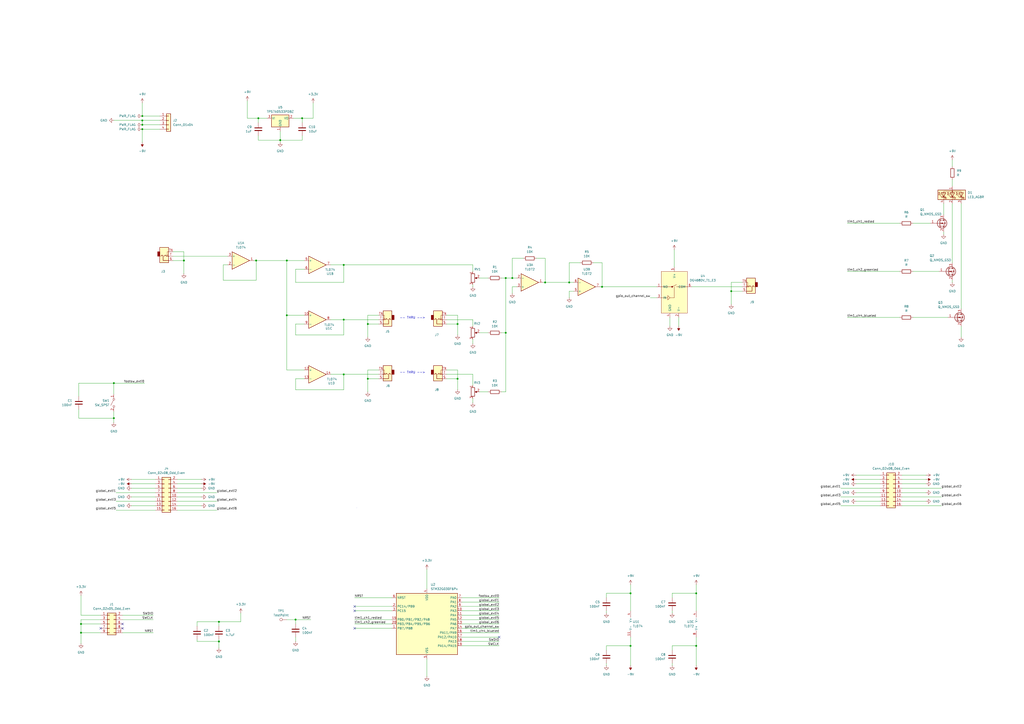
<source format=kicad_sch>
(kicad_sch (version 20231120) (generator "eeschema") (generator_version "8.0")
  (paper "A2")
  (junction (at 82.55 69.85))
  (junction (at 330.2 163.83))
  (junction (at 166.37 151.13))
  (junction (at 213.36 219.71))
  (junction (at 46.99 367.03))
  (junction (at 162.56 81.28))
  (junction (at 66.04 242.57))
  (junction (at 403.86 344.17))
  (junction (at 213.36 187.96))
  (junction (at 166.37 182.88))
  (junction (at 424.18 168.91))
  (junction (at 106.68 151.13))
  (junction (at 293.37 161.29))
  (junction (at 175.26 68.58))
  (junction (at 265.43 187.96))
  (junction (at 171.45 359.41))
  (junction (at 365.76 374.65))
  (junction (at 199.39 217.17))
  (junction (at 316.23 163.83))
  (junction (at 46.99 361.95))
  (junction (at 82.55 72.39))
  (junction (at 403.86 374.65))
  (junction (at 265.43 219.71))
  (junction (at 82.55 67.31))
  (junction (at 82.55 74.93))
  (junction (at 127 372.11))
  (junction (at 127 360.68))
  (junction (at 149.86 68.58))
  (junction (at 148.59 151.13))
  (junction (at 293.37 193.04))
  (junction (at 349.25 166.37))
  (junction (at 297.18 161.29))
  (junction (at 365.76 344.17))
  (junction (at 199.39 185.42))
  (junction (at 66.04 222.25))
  (junction (at 199.39 153.67))
  (no_connect (at 71.12 364.49))
  (no_connect (at 205.74 351.79))
  (no_connect (at 205.74 354.33))
  (no_connect (at 289.56 369.57))
  (no_connect (at 71.12 361.95))
  (no_connect (at 205.74 364.49))
  (no_connect (at 58.42 364.49))
  (wire (pts (xy 46.99 356.87) (xy 58.42 356.87)))
  (wire (pts (xy 389.89 384.81) (xy 389.89 386.08)))
  (wire (pts (xy 82.55 69.85) (xy 92.71 69.85)))
  (wire (pts (xy 71.12 367.03) (xy 88.9 367.03)))
  (wire (pts (xy 219.71 219.71) (xy 213.36 219.71)))
  (wire (pts (xy 265.43 214.63) (xy 265.43 219.71)))
  (wire (pts (xy 67.31 290.83) (xy 90.17 290.83)))
  (wire (pts (xy 365.76 339.09) (xy 365.76 344.17)))
  (wire (pts (xy 351.79 344.17) (xy 351.79 346.71)))
  (wire (pts (xy 365.76 344.17) (xy 365.76 354.33)))
  (wire (pts (xy 181.61 59.69) (xy 181.61 68.58)))
  (wire (pts (xy 170.18 68.58) (xy 175.26 68.58)))
  (wire (pts (xy 129.54 153.67) (xy 129.54 162.56)))
  (wire (pts (xy 162.56 81.28) (xy 162.56 82.55)))
  (wire (pts (xy 76.2 280.67) (xy 90.17 280.67)))
  (wire (pts (xy 349.25 152.4) (xy 349.25 166.37)))
  (wire (pts (xy 557.53 189.23) (xy 557.53 195.58)))
  (wire (pts (xy 199.39 153.67) (xy 274.32 153.67)))
  (wire (pts (xy 349.25 166.37) (xy 381 166.37)))
  (wire (pts (xy 166.37 182.88) (xy 166.37 214.63)))
  (wire (pts (xy 267.97 359.41) (xy 289.56 359.41)))
  (wire (pts (xy 66.04 222.25) (xy 45.72 222.25)))
  (wire (pts (xy 297.18 149.86) (xy 303.53 149.86)))
  (wire (pts (xy 176.53 219.71) (xy 171.45 219.71)))
  (wire (pts (xy 213.36 187.96) (xy 213.36 195.58)))
  (wire (pts (xy 114.3 370.84) (xy 114.3 372.11)))
  (wire (pts (xy 199.39 226.06) (xy 199.39 217.17)))
  (wire (pts (xy 523.24 285.75) (xy 537.21 285.75)))
  (wire (pts (xy 139.7 355.6) (xy 139.7 360.68)))
  (wire (pts (xy 143.51 58.42) (xy 143.51 68.58)))
  (wire (pts (xy 199.39 217.17) (xy 191.77 217.17)))
  (wire (pts (xy 102.87 293.37) (xy 116.84 293.37)))
  (wire (pts (xy 45.72 237.49) (xy 45.72 242.57)))
  (wire (pts (xy 330.2 152.4) (xy 336.55 152.4)))
  (wire (pts (xy 401.32 166.37) (xy 430.53 166.37)))
  (wire (pts (xy 205.74 354.33) (xy 227.33 354.33)))
  (wire (pts (xy 552.45 162.56) (xy 552.45 163.83)))
  (wire (pts (xy 219.71 214.63) (xy 213.36 214.63)))
  (wire (pts (xy 365.76 344.17) (xy 351.79 344.17)))
  (wire (pts (xy 176.53 182.88) (xy 166.37 182.88)))
  (wire (pts (xy 290.83 193.04) (xy 293.37 193.04)))
  (wire (pts (xy 330.2 163.83) (xy 330.2 152.4)))
  (wire (pts (xy 293.37 193.04) (xy 293.37 161.29)))
  (wire (pts (xy 496.57 280.67) (xy 510.54 280.67)))
  (wire (pts (xy 259.08 219.71) (xy 265.43 219.71)))
  (wire (pts (xy 267.97 356.87) (xy 289.56 356.87)))
  (wire (pts (xy 175.26 78.74) (xy 175.26 81.28)))
  (wire (pts (xy 403.86 344.17) (xy 403.86 354.33)))
  (wire (pts (xy 389.89 344.17) (xy 389.89 346.71)))
  (wire (pts (xy 552.45 92.71) (xy 552.45 96.52)))
  (wire (pts (xy 66.04 242.57) (xy 66.04 245.11)))
  (wire (pts (xy 127 372.11) (xy 127 370.84)))
  (wire (pts (xy 297.18 161.29) (xy 297.18 149.86)))
  (wire (pts (xy 365.76 369.57) (xy 365.76 374.65)))
  (wire (pts (xy 290.83 227.33) (xy 293.37 227.33)))
  (wire (pts (xy 102.87 285.75) (xy 125.73 285.75)))
  (wire (pts (xy 199.39 194.31) (xy 199.39 185.42)))
  (wire (pts (xy 46.99 361.95) (xy 46.99 367.03)))
  (wire (pts (xy 71.12 356.87) (xy 88.9 356.87)))
  (wire (pts (xy 274.32 157.48) (xy 274.32 153.67)))
  (wire (pts (xy 213.36 219.71) (xy 213.36 227.33)))
  (wire (pts (xy 171.45 219.71) (xy 171.45 226.06)))
  (wire (pts (xy 46.99 373.38) (xy 46.99 367.03)))
  (wire (pts (xy 330.2 172.72) (xy 330.2 168.91)))
  (wire (pts (xy 311.15 149.86) (xy 316.23 149.86)))
  (wire (pts (xy 351.79 384.81) (xy 351.79 386.08)))
  (wire (pts (xy 403.86 339.09) (xy 403.86 344.17)))
  (wire (pts (xy 132.08 153.67) (xy 129.54 153.67)))
  (wire (pts (xy 523.24 288.29) (xy 546.1 288.29)))
  (wire (pts (xy 92.71 72.39) (xy 82.55 72.39)))
  (wire (pts (xy 92.71 74.93) (xy 82.55 74.93)))
  (wire (pts (xy 147.32 151.13) (xy 148.59 151.13)))
  (wire (pts (xy 365.76 374.65) (xy 351.79 374.65)))
  (wire (pts (xy 403.86 374.65) (xy 403.86 386.08)))
  (wire (pts (xy 491.49 129.54) (xy 521.97 129.54)))
  (wire (pts (xy 205.74 346.71) (xy 227.33 346.71)))
  (wire (pts (xy 66.04 222.25) (xy 83.82 222.25)))
  (wire (pts (xy 496.57 285.75) (xy 510.54 285.75)))
  (wire (pts (xy 102.87 290.83) (xy 125.73 290.83)))
  (wire (pts (xy 259.08 182.88) (xy 265.43 182.88)))
  (wire (pts (xy 76.2 283.21) (xy 90.17 283.21)))
  (wire (pts (xy 82.55 69.85) (xy 82.55 72.39)))
  (wire (pts (xy 213.36 182.88) (xy 213.36 187.96)))
  (wire (pts (xy 299.72 166.37) (xy 297.18 166.37)))
  (wire (pts (xy 389.89 374.65) (xy 389.89 377.19)))
  (wire (pts (xy 259.08 217.17) (xy 274.32 217.17)))
  (wire (pts (xy 267.97 354.33) (xy 289.56 354.33)))
  (wire (pts (xy 247.65 382.27) (xy 247.65 392.43)))
  (wire (pts (xy 316.23 149.86) (xy 316.23 163.83)))
  (wire (pts (xy 66.04 69.85) (xy 82.55 69.85)))
  (wire (pts (xy 424.18 163.83) (xy 424.18 168.91)))
  (wire (pts (xy 76.2 293.37) (xy 90.17 293.37)))
  (wire (pts (xy 102.87 280.67) (xy 116.84 280.67)))
  (wire (pts (xy 46.99 359.41) (xy 46.99 361.95)))
  (wire (pts (xy 171.45 156.21) (xy 176.53 156.21)))
  (wire (pts (xy 154.94 68.58) (xy 149.86 68.58)))
  (wire (pts (xy 205.74 359.41) (xy 227.33 359.41)))
  (wire (pts (xy 191.77 153.67) (xy 199.39 153.67)))
  (wire (pts (xy 351.79 374.65) (xy 351.79 377.19)))
  (wire (pts (xy 487.68 293.37) (xy 510.54 293.37)))
  (wire (pts (xy 267.97 361.95) (xy 289.56 361.95)))
  (wire (pts (xy 102.87 278.13) (xy 116.84 278.13)))
  (wire (pts (xy 219.71 182.88) (xy 213.36 182.88)))
  (wire (pts (xy 100.33 148.59) (xy 132.08 148.59)))
  (wire (pts (xy 557.53 118.11) (xy 557.53 179.07)))
  (wire (pts (xy 278.13 161.29) (xy 283.21 161.29)))
  (wire (pts (xy 139.7 360.68) (xy 127 360.68)))
  (wire (pts (xy 552.45 118.11) (xy 552.45 152.4)))
  (wire (pts (xy 259.08 185.42) (xy 274.32 185.42)))
  (wire (pts (xy 219.71 187.96) (xy 213.36 187.96)))
  (wire (pts (xy 523.24 278.13) (xy 537.21 278.13)))
  (wire (pts (xy 547.37 118.11) (xy 547.37 124.46)))
  (wire (pts (xy 529.59 129.54) (xy 539.75 129.54)))
  (wire (pts (xy 205.74 361.95) (xy 227.33 361.95)))
  (wire (pts (xy 100.33 146.05) (xy 106.68 146.05)))
  (wire (pts (xy 191.77 185.42) (xy 199.39 185.42)))
  (wire (pts (xy 213.36 214.63) (xy 213.36 219.71)))
  (wire (pts (xy 377.19 172.72) (xy 381 172.72)))
  (wire (pts (xy 259.08 187.96) (xy 265.43 187.96)))
  (wire (pts (xy 430.53 163.83) (xy 424.18 163.83)))
  (wire (pts (xy 199.39 185.42) (xy 219.71 185.42)))
  (wire (pts (xy 523.24 280.67) (xy 537.21 280.67)))
  (wire (pts (xy 76.2 288.29) (xy 90.17 288.29)))
  (wire (pts (xy 332.74 163.83) (xy 330.2 163.83)))
  (wire (pts (xy 274.32 231.14) (xy 274.32 233.68)))
  (wire (pts (xy 82.55 74.93) (xy 82.55 82.55)))
  (wire (pts (xy 149.86 68.58) (xy 149.86 71.12)))
  (wire (pts (xy 45.72 222.25) (xy 45.72 229.87)))
  (wire (pts (xy 259.08 214.63) (xy 265.43 214.63)))
  (wire (pts (xy 529.59 184.15) (xy 549.91 184.15)))
  (wire (pts (xy 274.32 185.42) (xy 274.32 189.23)))
  (wire (pts (xy 148.59 151.13) (xy 166.37 151.13)))
  (wire (pts (xy 199.39 153.67) (xy 199.39 163.83)))
  (wire (pts (xy 149.86 68.58) (xy 143.51 68.58)))
  (wire (pts (xy 100.33 151.13) (xy 106.68 151.13)))
  (wire (pts (xy 487.68 283.21) (xy 510.54 283.21)))
  (wire (pts (xy 523.24 275.59) (xy 537.21 275.59)))
  (wire (pts (xy 267.97 364.49) (xy 289.56 364.49)))
  (wire (pts (xy 491.49 157.48) (xy 521.97 157.48)))
  (wire (pts (xy 176.53 151.13) (xy 166.37 151.13)))
  (wire (pts (xy 267.97 374.65) (xy 289.56 374.65)))
  (wire (pts (xy 344.17 152.4) (xy 349.25 152.4)))
  (wire (pts (xy 149.86 78.74) (xy 149.86 81.28)))
  (wire (pts (xy 205.74 364.49) (xy 227.33 364.49)))
  (wire (pts (xy 274.32 217.17) (xy 274.32 223.52)))
  (wire (pts (xy 102.87 283.21) (xy 116.84 283.21)))
  (wire (pts (xy 67.31 295.91) (xy 90.17 295.91)))
  (wire (pts (xy 299.72 161.29) (xy 297.18 161.29)))
  (wire (pts (xy 247.65 330.2) (xy 247.65 341.63)))
  (wire (pts (xy 171.45 194.31) (xy 199.39 194.31)))
  (wire (pts (xy 487.68 288.29) (xy 510.54 288.29)))
  (wire (pts (xy 106.68 151.13) (xy 106.68 158.75)))
  (wire (pts (xy 267.97 369.57) (xy 289.56 369.57)))
  (wire (pts (xy 403.86 344.17) (xy 389.89 344.17)))
  (wire (pts (xy 175.26 68.58) (xy 175.26 71.12)))
  (wire (pts (xy 175.26 68.58) (xy 181.61 68.58)))
  (wire (pts (xy 58.42 361.95) (xy 46.99 361.95)))
  (wire (pts (xy 267.97 372.11) (xy 289.56 372.11)))
  (wire (pts (xy 523.24 283.21) (xy 546.1 283.21)))
  (wire (pts (xy 547.37 134.62) (xy 547.37 135.89)))
  (wire (pts (xy 265.43 187.96) (xy 265.43 194.31)))
  (wire (pts (xy 171.45 372.11) (xy 171.45 369.57)))
  (wire (pts (xy 316.23 163.83) (xy 330.2 163.83)))
  (wire (pts (xy 46.99 367.03) (xy 58.42 367.03)))
  (wire (pts (xy 388.62 184.15) (xy 388.62 189.23)))
  (wire (pts (xy 496.57 278.13) (xy 510.54 278.13)))
  (wire (pts (xy 491.49 184.15) (xy 521.97 184.15)))
  (wire (pts (xy 351.79 354.33) (xy 351.79 355.6)))
  (wire (pts (xy 106.68 146.05) (xy 106.68 151.13)))
  (wire (pts (xy 149.86 81.28) (xy 162.56 81.28)))
  (wire (pts (xy 365.76 374.65) (xy 365.76 386.08)))
  (wire (pts (xy 529.59 157.48) (xy 544.83 157.48)))
  (wire (pts (xy 293.37 161.29) (xy 297.18 161.29)))
  (wire (pts (xy 127 375.92) (xy 127 372.11)))
  (wire (pts (xy 58.42 359.41) (xy 46.99 359.41)))
  (wire (pts (xy 278.13 193.04) (xy 283.21 193.04)))
  (wire (pts (xy 67.31 285.75) (xy 90.17 285.75)))
  (wire (pts (xy 175.26 81.28) (xy 162.56 81.28)))
  (wire (pts (xy 46.99 345.44) (xy 46.99 356.87)))
  (wire (pts (xy 552.45 104.14) (xy 552.45 107.95)))
  (wire (pts (xy 114.3 360.68) (xy 114.3 363.22)))
  (wire (pts (xy 332.74 168.91) (xy 330.2 168.91)))
  (wire (pts (xy 114.3 372.11) (xy 127 372.11)))
  (wire (pts (xy 267.97 346.71) (xy 289.56 346.71)))
  (wire (pts (xy 523.24 290.83) (xy 537.21 290.83)))
  (wire (pts (xy 171.45 359.41) (xy 171.45 361.95)))
  (wire (pts (xy 171.45 226.06) (xy 199.39 226.06)))
  (wire (pts (xy 82.55 59.69) (xy 82.55 67.31)))
  (wire (pts (xy 267.97 349.25) (xy 289.56 349.25)))
  (wire (pts (xy 265.43 182.88) (xy 265.43 187.96)))
  (wire (pts (xy 274.32 196.85) (xy 274.32 199.39)))
  (wire (pts (xy 265.43 219.71) (xy 265.43 226.06)))
  (wire (pts (xy 403.86 374.65) (xy 389.89 374.65)))
  (wire (pts (xy 278.13 227.33) (xy 283.21 227.33)))
  (wire (pts (xy 162.56 76.2) (xy 162.56 81.28)))
  (wire (pts (xy 347.98 166.37) (xy 349.25 166.37)))
  (wire (pts (xy 424.18 168.91) (xy 424.18 176.53)))
  (wire (pts (xy 496.57 290.83) (xy 510.54 290.83)))
  (wire (pts (xy 199.39 163.83) (xy 171.45 163.83)))
  (wire (pts (xy 176.53 187.96) (xy 171.45 187.96)))
  (wire (pts (xy 205.74 351.79) (xy 227.33 351.79)))
  (wire (pts (xy 66.04 228.6) (xy 66.04 222.25)))
  (wire (pts (xy 274.32 165.1) (xy 274.32 166.37)))
  (wire (pts (xy 148.59 162.56) (xy 148.59 151.13)))
  (wire (pts (xy 267.97 367.03) (xy 289.56 367.03)))
  (wire (pts (xy 171.45 187.96) (xy 171.45 194.31)))
  (wire (pts (xy 102.87 288.29) (xy 116.84 288.29)))
  (wire (pts (xy 92.71 67.31) (xy 82.55 67.31)))
  (wire (pts (xy 430.53 168.91) (xy 424.18 168.91)))
  (wire (pts (xy 393.7 184.15) (xy 393.7 189.23)))
  (wire (pts (xy 293.37 193.04) (xy 293.37 227.33)))
  (wire (pts (xy 199.39 217.17) (xy 219.71 217.17)))
  (wire (pts (xy 127 360.68) (xy 114.3 360.68)))
  (wire (pts (xy 166.37 214.63) (xy 176.53 214.63)))
  (wire (pts (xy 297.18 170.18) (xy 297.18 166.37)))
  (wire (pts (xy 166.37 151.13) (xy 166.37 182.88)))
  (wire (pts (xy 403.86 369.57) (xy 403.86 374.65)))
  (wire (pts (xy 523.24 293.37) (xy 546.1 293.37)))
  (wire (pts (xy 71.12 359.41) (xy 88.9 359.41)))
  (wire (pts (xy 127 360.68) (xy 127 363.22)))
  (wire (pts (xy 76.2 278.13) (xy 90.17 278.13)))
  (wire (pts (xy 267.97 351.79) (xy 289.56 351.79)))
  (wire (pts (xy 129.54 162.56) (xy 148.59 162.56)))
  (wire (pts (xy 314.96 163.83) (xy 316.23 163.83)))
  (wire (pts (xy 171.45 163.83) (xy 171.45 156.21)))
  (wire (pts (xy 45.72 242.57) (xy 66.04 242.57)))
  (wire (pts (xy 102.87 295.91) (xy 125.73 295.91)))
  (wire (pts (xy 171.45 359.41) (xy 180.34 359.41)))
  (wire (pts (xy 166.37 359.41) (xy 171.45 359.41)))
  (wire (pts (xy 391.16 144.78) (xy 391.16 154.94)))
  (wire (pts (xy 389.89 354.33) (xy 389.89 355.6)))
  (wire (pts (xy 496.57 275.59) (xy 510.54 275.59)))
  (wire (pts (xy 66.04 238.76) (xy 66.04 242.57)))
  (wire (pts (xy 290.83 161.29) (xy 293.37 161.29)))
  (rectangle (start 207.01 294.64) (end 207.01 294.64))
  (text "-- THRU -->" (at 239.268 184.404 0) (effects (font (size 1.27 1.27))))
  (text "-- THRU -->" (at 239.268 216.154 0) (effects (font (size 1.27 1.27))))
  (label "footsw_exti0" (at 289.56 346.71 180))
  (label "SWCLK" (at 289.56 374.65 180))
  (label "global_exti5" (at 289.56 359.41 180))
  (label "NRST" (at 180.34 359.41 180))
  (label "NRST" (at 205.74 346.71 0))
  (label "global_exti3" (at 487.68 288.29 180))
  (label "global_exti1" (at 67.31 285.75 180))
  (label "global_exti4" (at 289.56 356.87 180))
  (label "global_exti3" (at 67.31 290.83 180))
  (label "global_exti4" (at 125.73 290.83 0))
  (label "global_exti2" (at 546.1 283.21 0))
  (label "tim1_ch2_greenled" (at 491.49 157.48 0))
  (label "SWCLK" (at 88.9 359.41 180))
  (label "global_exti1" (at 487.68 283.21 180))
  (label "gpio_out_channel_sw" (at 377.19 172.72 180))
  (label "global_exti2" (at 289.56 351.79 180))
  (label "global_exti6" (at 125.73 295.91 0))
  (label "SWDIO" (at 88.9 356.87 180))
  (label "global_exti5" (at 487.68 293.37 180))
  (label "tim1_ch1_redled" (at 491.49 129.54 0))
  (label "global_exti6" (at 546.1 293.37 0))
  (label "tim1_ch2_greenled" (at 205.74 361.95 0))
  (label "tim1_ch1_redled" (at 205.74 359.41 0))
  (label "global_exti2" (at 125.73 285.75 0))
  (label "global_exti3" (at 289.56 354.33 180))
  (label "NRST" (at 88.9 367.03 180))
  (label "tim1_ch4_blueled" (at 289.56 367.03 180))
  (label "footsw_exti0" (at 83.82 222.25 180))
  (label "global_exti5" (at 67.31 295.91 180))
  (label "tim1_ch4_blueled" (at 491.49 184.15 0))
  (label "gpio_out_channel_sw" (at 289.56 364.49 180))
  (label "global_exti1" (at 289.56 349.25 180))
  (label "SWDIO" (at 289.56 372.11 180))
  (label "global_exti4" (at 546.1 288.29 0))
  (label "global_exti6" (at 289.56 361.95 180))
  (symbol (lib_name "GND_5") (lib_id "power:GND") (at 213.36 195.58 0) (unit 1)
    (property "Reference" "#PWR021" (effects (hide yes)))
    (property "Value" "GND" (at 213.36 200.66 0))
    (property "Description" "Power symbol creates a global label with name \"GND\" , ground" (effects (hide yes)))
  )
  (symbol (lib_id "Device:R") (at 287.02 227.33 90) (unit 1)
    (property "Reference" "R3" (at 287.02 220.98 90))
    (property "Value" "10K" (at 287.02 223.52 90))
    (property "Description" "Resistor" (effects (hide yes)))
  )
  (symbol (lib_id "Connector_Generic:Conn_02x08_Odd_Even") (at 95.25 285.75 0) (unit 1)
    (property "Reference" "J4" (at 96.52 271.78 0))
    (property "Value" "Conn_02x08_Odd_Even" (at 96.52 274.32 0))
    (property "Footprint" "Connector_IDC:IDC-Header_2x08_P2.54mm_Vertical" (effects (hide yes)))
    (property "Description" "Generic connector, double row, 02x08, odd/even pin numbering scheme (row 1 odd numbers, row 2 even numbers), script generated (kicad-library-utils/schlib/autogen/connector/)" (effects (hide yes)))
  )
  (symbol (lib_name "GND_5") (lib_id "power:GND") (at 106.68 158.75 0) (unit 1)
    (property "Reference" "#PWR012" (effects (hide yes)))
    (property "Value" "GND" (at 106.68 163.83 0))
    (property "Description" "Power symbol creates a global label with name \"GND\" , ground" (effects (hide yes)))
  )
  (symbol (lib_name "GND_5") (lib_id "power:GND") (at 66.04 245.11 0) (unit 1)
    (property "Reference" "#PWR06" (effects (hide yes)))
    (property "Value" "GND" (at 66.04 250.19 0))
    (property "Description" "Power symbol creates a global label with name \"GND\" , ground" (effects (hide yes)))
  )
  (symbol (lib_name "GND_5") (lib_id "power:GND") (at 274.32 166.37 0) (unit 1)
    (property "Reference" "#PWR043" (effects (hide yes)))
    (property "Value" "GND" (at 274.32 171.45 0))
    (property "Description" "Power symbol creates a global label with name \"GND\" , ground" (effects (hide yes)))
  )
  (symbol (lib_name "GND_5") (lib_id "power:GND") (at 127 375.92 0) (unit 1)
    (property "Reference" "#PWR037" (effects (hide yes)))
    (property "Value" "GND" (at 127 381 0))
    (property "Description" "Power symbol creates a global label with name \"GND\" , ground" (effects (hide yes)))
  )
  (symbol (lib_name "GND_2") (lib_id "power:GND") (at 537.21 285.75 90) (mirror x) (unit 1)
    (property "Reference" "#PWR055" (effects (hide yes)))
    (property "Value" "GND" (at 541.02 285.7499 90) (effects (justify right)))
    (property "Description" "Power symbol creates a global label with name \"GND\" , ground" (effects (hide yes)))
  )
  (symbol (lib_name "GND_2") (lib_id "power:GND") (at 537.21 290.83 90) (mirror x) (unit 1)
    (property "Reference" "#PWR056" (effects (hide yes)))
    (property "Value" "GND" (at 541.02 290.8299 90) (effects (justify right)))
    (property "Description" "Power symbol creates a global label with name \"GND\" , ground" (effects (hide yes)))
  )
  (symbol (lib_id "Connector:TestPoint") (at 166.37 359.41 90) (unit 1)
    (property "Reference" "TP1" (at 163.068 354.33 90))
    (property "Value" "TestPoint" (at 163.068 356.87 90))
    (property "Description" "test point" (effects (hide yes)))
  )
  (symbol (lib_name "GND_2") (lib_id "power:GND") (at 496.57 285.75 270) (unit 1)
    (property "Reference" "#PWR047" (effects (hide yes)))
    (property "Value" "GND" (at 492.76 285.7499 90) (effects (justify right)))
    (property "Description" "Power symbol creates a global label with name \"GND\" , ground" (effects (hide yes)))
  )
  (symbol (lib_name "GND_5") (lib_id "power:GND") (at 351.79 386.08 0) (unit 1)
    (property "Reference" "#PWR033" (effects (hide yes)))
    (property "Value" "GND" (at 351.79 391.16 0))
    (property "Description" "Power symbol creates a global label with name \"GND\" , ground" (effects (hide yes)))
  )
  (symbol (lib_name "GND_5") (lib_id "power:GND") (at 213.36 227.33 0) (unit 1)
    (property "Reference" "#PWR022" (effects (hide yes)))
    (property "Value" "GND" (at 213.36 232.41 0))
    (property "Description" "Power symbol creates a global label with name \"GND\" , ground" (effects (hide yes)))
  )
  (symbol (lib_id "Device:C") (at 114.3 367.03 0) (unit 1)
    (property "Reference" "C2" (at 118.11 365.7599 0) (effects (justify left)))
    (property "Value" "100nF" (at 118.11 368.2999 0) (effects (justify left)))
    (property "Description" "Unpolarized capacitor" (effects (hide yes)))
  )
  (symbol (lib_name "+9V_1") (lib_id "power:+9V") (at 403.86 339.09 0) (unit 1)
    (property "Reference" "#PWR034" (effects (hide yes)))
    (property "Value" "+9V" (at 403.86 334.01 0))
    (property "Description" "Power symbol creates a global label with name \"+9V\"" (effects (hide yes)))
  )
  (symbol (lib_id "Device:R") (at 340.36 152.4 90) (unit 1)
    (property "Reference" "R5" (at 340.36 146.05 90))
    (property "Value" "10K" (at 340.36 148.59 90))
    (property "Description" "Resistor" (effects (hide yes)))
  )
  (symbol (lib_id "power:+3.3V") (at 139.7 355.6 0) (unit 1)
    (property "Reference" "#PWR019" (effects (hide yes)))
    (property "Value" "+3.3V" (at 139.7 350.52 0))
    (property "Description" "Power symbol creates a global label with name \"+3.3V\"" (effects (hide yes)))
  )
  (symbol (lib_id "Amplifier_Operational:TL074") (at 184.15 185.42 0) (unit 3)
    (property "Reference" "U1" (at 190.754 190.5 0))
    (property "Value" "TL074" (at 191.008 188.468 0))
    (property "Footprint" "SOT-23-THIN-14:SOT-23-THIN-14" (effects (hide yes)))
    (property "Datasheet" "http://www.ti.com/lit/ds/symlink/tl071.pdf" (effects (hide yes)))
    (property "Description" "Quad Low-Noise JFET-Input Operational Amplifiers, DIP-14/SOIC-14" (effects (hide yes)))
  )
  (symbol (lib_id "Amplifier_Operational:TL072") (at 340.36 166.37 0) (mirror x) (unit 2)
    (property "Reference" "U3" (at 340.36 156.21 0))
    (property "Value" "TL072" (at 340.36 158.75 0))
    (property "Footprint" "Package_TO_SOT_SMD:TSOT-23-8_HandSoldering" (effects (hide yes)))
    (property "Datasheet" "http://www.ti.com/lit/ds/symlink/tl071.pdf" (effects (hide yes)))
    (property "Description" "Dual Low-Noise JFET-Input Operational Amplifiers, DIP-8/SOIC-8" (effects (hide yes)))
  )
  (symbol (lib_name "GND_5") (lib_id "power:GND") (at 162.56 82.55 0) (unit 1)
    (property "Reference" "#PWR060" (effects (hide yes)))
    (property "Value" "GND" (at 162.56 87.63 0))
    (property "Description" "Power symbol creates a global label with name \"GND\" , ground" (effects (hide yes)))
  )
  (symbol (lib_id "Regulator_Linear:TPS7A0533PDBZ") (at 162.56 68.58 0) (unit 1)
    (property "Reference" "U5" (at 162.56 62.23 0))
    (property "Value" "TPS7A0533PDBZ" (at 162.56 64.77 0))
    (property "Footprint" "Package_TO_SOT_SMD:SOT-23" (effects (hide yes)))
    (property "Datasheet" "https://www.ti.com/lit/ds/symlink/tps7a05.pdf" (effects (hide yes)))
    (property "Description" "200-mA Ultra-Low-Iq LDO, 3.3V, SOT-23-3" (effects (hide yes)))
  )
  (symbol (lib_name "+9V_1") (lib_id "power:+9V") (at 365.76 339.09 0) (unit 1)
    (property "Reference" "#PWR041" (effects (hide yes)))
    (property "Value" "+9V" (at 365.76 334.01 0))
    (property "Description" "Power symbol creates a global label with name \"+9V\"" (effects (hide yes)))
  )
  (symbol (lib_id "Switch:SW_SPST") (at 66.04 233.68 90) (mirror x) (unit 1)
    (property "Reference" "SW1" (at 63.5 232.4099 90) (effects (justify left)))
    (property "Value" "SW_SPST" (at 63.5 234.9499 90) (effects (justify left)))
    (property "Footprint" "Connector_PinSocket_2.54mm:PinSocket_1x02_P2.54mm_Vertical" (effects (hide yes)))
    (property "Description" "Single Pole Single Throw (SPST) switch" (effects (hide yes)))
  )
  (symbol (lib_name "GND_2") (lib_id "power:GND") (at 116.84 283.21 90) (mirror x) (unit 1)
    (property "Reference" "#PWR015" (effects (hide yes)))
    (property "Value" "GND" (at 120.65 283.2099 90) (effects (justify right)))
    (property "Description" "Power symbol creates a global label with name \"GND\" , ground" (effects (hide yes)))
  )
  (symbol (lib_name "GND_5") (lib_id "power:GND") (at 46.99 373.38 0) (unit 1)
    (property "Reference" "#PWR038" (effects (hide yes)))
    (property "Value" "GND" (at 46.99 378.46 0))
    (property "Description" "Power symbol creates a global label with name \"GND\" , ground" (effects (hide yes)))
  )
  (symbol (lib_id "Device:C") (at 171.45 365.76 0) (unit 1)
    (property "Reference" "C4" (at 175.26 364.4899 0) (effects (justify left)))
    (property "Value" "100nF" (at 175.26 367.0299 0) (effects (justify left)))
    (property "Description" "Unpolarized capacitor" (effects (hide yes)))
  )
  (symbol (lib_id "Device:R_Potentiometer") (at 274.32 227.33 0) (unit 1)
    (property "Reference" "RV3" (at 278.638 221.996 0) (effects (justify right)))
    (property "Value" "R_Potentiometer" (effects (hide yes)))
    (property "Footprint" "Connector_PinHeader_2.54mm:PinHeader_1x03_P2.54mm_Vertical" (effects (hide yes)))
    (property "Datasheet" "https://www.mouser.co.uk/datasheet/2/414/P09x-3235531.pdf" (effects (hide yes)))
    (property "Description" "Potentiometer" (effects (hide yes)))
  )
  (symbol (lib_id "Device:C") (at 389.89 381 0) (mirror y) (unit 1)
    (property "Reference" "C8" (at 386.08 379.7299 0) (effects (justify left)))
    (property "Value" "100nF" (at 386.08 382.2699 0) (effects (justify left)))
    (property "Description" "Unpolarized capacitor" (effects (hide yes)))
  )
  (symbol (lib_name "GND_3") (lib_id "power:GND") (at 66.04 69.85 270) (unit 1)
    (property "Reference" "#PWR01" (effects (hide yes)))
    (property "Value" "GND" (at 62.23 69.8499 90) (effects (justify right)))
    (property "Description" "Power symbol creates a global label with name \"GND\" , ground" (effects (hide yes)))
  )
  (symbol (lib_id "Connector_Audio:AudioJack2_SwitchT") (at 224.79 217.17 180) (unit 1)
    (property "Reference" "J6" (at 225.044 223.774 0))
    (property "Value" "ACJM-MIV-2S" (effects (hide yes)))
    (property "Footprint" "Connector_PinHeader_2.54mm:PinHeader_1x03_P2.54mm_Vertical" (effects (hide yes)))
    (property "Datasheet" "https://www.amphenol-sine.com/pdf/datasheet/ACJM-MIV-2S.pdf" (effects (hide yes)))
    (property "Description" "Audio Jack, 2 Poles (Mono / TS), Switched T Pole (Normalling)" (effects (hide yes)))
  )
  (symbol (lib_name "+3.3V_1") (lib_id "power:+3.3V") (at 46.99 345.44 0) (unit 1)
    (property "Reference" "#PWR02" (effects (hide yes)))
    (property "Value" "+3.3V" (at 46.99 340.36 0))
    (property "Description" "Power symbol creates a global label with name \"+3.3V\"" (effects (hide yes)))
  )
  (symbol (lib_name "+3.3V_1") (lib_id "power:+3.3V") (at 247.65 330.2 0) (unit 1)
    (property "Reference" "#PWR023" (effects (hide yes)))
    (property "Value" "+3.3V" (at 247.65 325.12 0))
    (property "Description" "Power symbol creates a global label with name \"+3.3V\"" (effects (hide yes)))
  )
  (symbol (lib_id "Amplifier_Operational:TL074") (at 184.15 153.67 0) (unit 2)
    (property "Reference" "U1" (at 191.516 158.75 0))
    (property "Value" "TL074" (at 191.516 156.464 0))
    (property "Footprint" "SOT-23-THIN-14:SOT-23-THIN-14" (effects (hide yes)))
    (property "Datasheet" "http://www.ti.com/lit/ds/symlink/tl071.pdf" (effects (hide yes)))
    (property "Description" "Quad Low-Noise JFET-Input Operational Amplifiers, DIP-14/SOIC-14" (effects (hide yes)))
  )
  (symbol (lib_name "GND_5") (lib_id "power:GND") (at 424.18 176.53 0) (unit 1)
    (property "Reference" "#PWR027" (effects (hide yes)))
    (property "Value" "GND" (at 424.18 181.61 0))
    (property "Description" "Power symbol creates a global label with name \"GND\" , ground" (effects (hide yes)))
  )
  (symbol (lib_id "Connector_Generic:Conn_01x04") (at 97.79 69.85 0) (unit 1)
    (property "Reference" "J2" (at 100.33 69.8499 0) (effects (justify left)))
    (property "Value" "Conn_01x04" (at 100.33 72.3899 0) (effects (justify left)))
    (property "Description" "Generic connector, single row, 01x04, script generated (kicad-library-utils/schlib/autogen/connector/)" (effects (hide yes)))
  )
  (symbol (lib_name "+3.3V_2") (lib_id "power:+3.3V") (at 181.61 59.69 0) (unit 1)
    (property "Reference" "#PWR059" (effects (hide yes)))
    (property "Value" "+3.3V" (at 181.61 54.61 0))
    (property "Description" "Power symbol creates a global label with name \"+3.3V\"" (effects (hide yes)))
  )
  (symbol (lib_id "DG46x:DG468DV_T1_E3") (at 391.16 168.91 0) (unit 1)
    (property "Reference" "U4" (at 407.67 160.0514 0))
    (property "Value" "DG468DV_T1_E3" (at 407.67 162.5914 0))
    (property "Footprint" "Package_SO:TSOP-6_1.65x3.05mm_P0.95mm" (effects (hide yes)))
    (property "Datasheet" "https://www.vishay.com/docs/74413/dg467.pdf" (effects (hide yes)))
  )
  (symbol (lib_id "Connector_Generic:Conn_02x08_Odd_Even") (at 515.62 283.21 0) (unit 1)
    (property "Reference" "J10" (at 516.89 269.24 0))
    (property "Value" "Conn_02x08_Odd_Even" (at 516.89 271.78 0))
    (property "Footprint" "Connector_IDC:IDC-Header_2x08_P2.54mm_Vertical" (effects (hide yes)))
    (property "Description" "Generic connector, double row, 02x08, odd/even pin numbering scheme (row 1 odd numbers, row 2 even numbers), script generated (kicad-library-utils/schlib/autogen/connector/)" (effects (hide yes)))
  )
  (symbol (lib_id "Device:C") (at 389.89 350.52 0) (mirror y) (unit 1)
    (property "Reference" "C7" (at 386.08 349.2499 0) (effects (justify left)))
    (property "Value" "100nF" (at 386.08 351.7899 0) (effects (justify left)))
    (property "Description" "Unpolarized capacitor" (effects (hide yes)))
  )
  (symbol (lib_id "Device:R") (at 287.02 193.04 90) (unit 1)
    (property "Reference" "R2" (at 287.02 186.69 90))
    (property "Value" "10K" (at 287.02 189.23 90))
    (property "Description" "Resistor" (effects (hide yes)))
  )
  (symbol (lib_id "Connector_Audio:AudioJack2_SwitchT") (at 254 217.17 0) (mirror x) (unit 1)
    (property "Reference" "J8" (at 253.365 226.06 0))
    (property "Value" "ACJM-MIV-2S" (effects (hide yes)))
    (property "Footprint" "Connector_PinHeader_2.54mm:PinHeader_1x03_P2.54mm_Vertical" (effects (hide yes)))
    (property "Datasheet" "https://www.amphenol-sine.com/pdf/datasheet/ACJM-MIV-2S.pdf" (effects (hide yes)))
    (property "Description" "Audio Jack, 2 Poles (Mono / TS), Switched T Pole (Normalling)" (effects (hide yes)))
  )
  (symbol (lib_id "Device:R") (at 525.78 157.48 90) (unit 1)
    (property "Reference" "R7" (at 525.78 151.13 90))
    (property "Value" "R" (at 525.78 153.67 90))
    (property "Description" "Resistor" (effects (hide yes)))
  )
  (symbol (lib_id "Device:Q_NMOS_GSD") (at 549.91 157.48 0) (unit 1)
    (property "Reference" "Q2" (at 539.242 148.336 0) (effects (justify left)))
    (property "Value" "Q_NMOS_GSD" (at 539.242 150.876 0) (effects (justify left)))
    (property "Footprint" "Package_TO_SOT_SMD:SOT-23" (effects (hide yes)))
    (property "Datasheet" "https://www.mouser.co.uk/datasheet/2/916/2N7002-1318672.pdf" (effects (hide yes)))
    (property "Description" "N-MOSFET transistor, gate/source/drain" (effects (hide yes)))
  )
  (symbol (lib_name "-9V_1") (lib_id "power:-9V") (at 496.57 278.13 90) (unit 1)
    (property "Reference" "#PWR045" (effects (hide yes)))
    (property "Value" "-9V" (at 492.76 278.1299 90) (effects (justify left)))
    (property "Description" "Power symbol creates a global label with name \"-9V\"" (effects (hide yes)))
  )
  (symbol (lib_name "GND_5") (lib_id "power:GND") (at 557.53 195.58 0) (unit 1)
    (property "Reference" "#PWR049" (effects (hide yes)))
    (property "Value" "GND" (at 557.53 200.66 0))
    (property "Description" "Power symbol creates a global label with name \"GND\" , ground" (effects (hide yes)))
  )
  (symbol (lib_id "Amplifier_Operational:TL074") (at 368.3 361.95 0) (unit 5)
    (property "Reference" "U1" (at 367.03 360.6799 0) (effects (justify left)))
    (property "Value" "TL074" (at 367.03 363.2199 0) (effects (justify left)))
    (property "Footprint" "SOT-23-THIN-14:SOT-23-THIN-14" (effects (hide yes)))
    (property "Datasheet" "http://www.ti.com/lit/ds/symlink/tl071.pdf" (effects (hide yes)))
    (property "Description" "Quad Low-Noise JFET-Input Operational Amplifiers, DIP-14/SOIC-14" (effects (hide yes)))
  )
  (symbol (lib_name "GND_5") (lib_id "power:GND") (at 171.45 372.11 0) (unit 1)
    (property "Reference" "#PWR032" (effects (hide yes)))
    (property "Value" "GND" (at 171.45 377.19 0))
    (property "Description" "Power symbol creates a global label with name \"GND\" , ground" (effects (hide yes)))
  )
  (symbol (lib_name "GND_5") (lib_id "power:GND") (at 552.45 163.83 0) (unit 1)
    (property "Reference" "#PWR051" (effects (hide yes)))
    (property "Value" "GND" (at 552.45 168.91 0))
    (property "Description" "Power symbol creates a global label with name \"GND\" , ground" (effects (hide yes)))
  )
  (symbol (lib_id "Connector_Generic:Conn_02x05_Odd_Even") (at 63.5 361.95 0) (unit 1)
    (property "Reference" "J1" (at 64.77 350.52 0))
    (property "Value" "Conn_02x05_Odd_Even" (at 64.77 353.06 0))
    (property "Footprint" "Connector_PinHeader_1.27mm:PinHeader_2x05_P1.27mm_Vertical_SMD" (effects (hide yes)))
    (property "Description" "Generic connector, double row, 02x05, odd/even pin numbering scheme (row 1 odd numbers, row 2 even numbers), script generated (kicad-library-utils/schlib/autogen/connector/)" (effects (hide yes)))
  )
  (symbol (lib_name "GND_5") (lib_id "power:GND") (at 547.37 135.89 0) (unit 1)
    (property "Reference" "#PWR057" (effects (hide yes)))
    (property "Value" "GND" (at 547.37 140.97 0))
    (property "Description" "Power symbol creates a global label with name \"GND\" , ground" (effects (hide yes)))
  )
  (symbol (lib_name "GND_5") (lib_id "power:GND") (at 274.32 199.39 0) (unit 1)
    (property "Reference" "#PWR026" (effects (hide yes)))
    (property "Value" "GND" (at 274.32 204.47 0))
    (property "Description" "Power symbol creates a global label with name \"GND\" , ground" (effects (hide yes)))
  )
  (symbol (lib_id "Device:C") (at 45.72 233.68 0) (unit 1)
    (property "Reference" "C1" (at 41.91 232.4099 0) (effects (justify right)))
    (property "Value" "100nF" (at 41.91 234.9499 0) (effects (justify right)))
    (property "Description" "Unpolarized capacitor" (effects (hide yes)))
  )
  (symbol (lib_id "Device:Q_NMOS_GSD") (at 554.99 184.15 0) (unit 1)
    (property "Reference" "Q3" (at 544.068 175.514 0) (effects (justify left)))
    (property "Value" "Q_NMOS_GSD" (at 544.068 178.054 0) (effects (justify left)))
    (property "Footprint" "Package_TO_SOT_SMD:SOT-23" (effects (hide yes)))
    (property "Datasheet" "https://www.mouser.co.uk/datasheet/2/916/2N7002-1318672.pdf" (effects (hide yes)))
    (property "Description" "N-MOSFET transistor, gate/source/drain" (effects (hide yes)))
  )
  (symbol (lib_name "+9V_1") (lib_id "power:+9V") (at 76.2 278.13 90) (unit 1)
    (property "Reference" "#PWR07" (effects (hide yes)))
    (property "Value" "+9V" (at 72.39 278.1299 90) (effects (justify left)))
    (property "Description" "Power symbol creates a global label with name \"+9V\"" (effects (hide yes)))
  )
  (symbol (lib_name "-9V_1") (lib_id "power:-9V") (at 537.21 278.13 270) (mirror x) (unit 1)
    (property "Reference" "#PWR053" (effects (hide yes)))
    (property "Value" "-9V" (at 541.02 278.1299 90) (effects (justify left)))
    (property "Description" "Power symbol creates a global label with name \"-9V\"" (effects (hide yes)))
  )
  (symbol (lib_name "GND_2") (lib_id "power:GND") (at 76.2 283.21 270) (unit 1)
    (property "Reference" "#PWR09" (effects (hide yes)))
    (property "Value" "GND" (at 72.39 283.2099 90) (effects (justify right)))
    (property "Description" "Power symbol creates a global label with name \"GND\" , ground" (effects (hide yes)))
  )
  (symbol (lib_name "GND_2") (lib_id "power:GND") (at 496.57 280.67 270) (unit 1)
    (property "Reference" "#PWR046" (effects (hide yes)))
    (property "Value" "GND" (at 492.76 280.6699 90) (effects (justify right)))
    (property "Description" "Power symbol creates a global label with name \"GND\" , ground" (effects (hide yes)))
  )
  (symbol (lib_name "GND_5") (lib_id "power:GND") (at 265.43 226.06 0) (unit 1)
    (property "Reference" "#PWR028" (effects (hide yes)))
    (property "Value" "GND" (at 265.43 231.14 0))
    (property "Description" "Power symbol creates a global label with name \"GND\" , ground" (effects (hide yes)))
  )
  (symbol (lib_id "Device:R_Potentiometer") (at 274.32 161.29 0) (unit 1)
    (property "Reference" "RV1" (at 278.892 156.21 0) (effects (justify right)))
    (property "Value" "R_Potentiometer" (effects (hide yes)))
    (property "Footprint" "Connector_PinHeader_2.54mm:PinHeader_1x03_P2.54mm_Vertical" (effects (hide yes)))
    (property "Datasheet" "https://www.mouser.co.uk/datasheet/2/414/P09x-3235531.pdf" (effects (hide yes)))
    (property "Description" "Potentiometer" (effects (hide yes)))
  )
  (symbol (lib_id "Device:C") (at 175.26 74.93 0) (mirror y) (unit 1)
    (property "Reference" "C10" (at 179.07 73.6599 0) (effects (justify right)))
    (property "Value" "10uF" (at 179.07 76.1999 0) (effects (justify right)))
    (property "Footprint" "Capacitor_SMD:C_0805_2012Metric_Pad1.18x1.45mm_HandSolder" (effects (hide yes)))
    (property "Description" "Unpolarized capacitor" (effects (hide yes)))
  )
  (symbol (lib_id "Device:R") (at 307.34 149.86 90) (unit 1)
    (property "Reference" "R4" (at 307.34 143.51 90))
    (property "Value" "10K" (at 307.34 146.05 90))
    (property "Description" "Resistor" (effects (hide yes)))
  )
  (symbol (lib_id "Connector_Audio:AudioJack2_SwitchT") (at 224.79 185.42 180) (unit 1)
    (property "Reference" "J5" (at 224.79 192.278 0))
    (property "Value" "ACJM-MIV-2S" (effects (hide yes)))
    (property "Footprint" "Connector_PinHeader_2.54mm:PinHeader_1x03_P2.54mm_Vertical" (effects (hide yes)))
    (property "Datasheet" "https://www.amphenol-sine.com/pdf/datasheet/ACJM-MIV-2S.pdf" (effects (hide yes)))
    (property "Description" "Audio Jack, 2 Poles (Mono / TS), Switched T Pole (Normalling)" (effects (hide yes)))
  )
  (symbol (lib_name "GND_5") (lib_id "power:GND") (at 388.62 189.23 0) (unit 1)
    (property "Reference" "#PWR030" (effects (hide yes)))
    (property "Value" "GND" (at 388.62 194.31 0))
    (property "Description" "Power symbol creates a global label with name \"GND\" , ground" (effects (hide yes)))
  )
  (symbol (lib_name "+9V_1") (lib_id "power:+9V") (at 116.84 278.13 270) (mirror x) (unit 1)
    (property "Reference" "#PWR013" (effects (hide yes)))
    (property "Value" "+9V" (at 120.65 278.1299 90) (effects (justify left)))
    (property "Description" "Power symbol creates a global label with name \"+9V\"" (effects (hide yes)))
  )
  (symbol (lib_id "power:PWR_FLAG") (at 82.55 67.31 90) (unit 1)
    (property "Reference" "#FLG01" (effects (hide yes)))
    (property "Value" "PWR_FLAG" (at 78.74 67.3099 90) (effects (justify left)))
    (property "Description" "Special symbol for telling ERC where power comes from" (effects (hide yes)))
  )
  (symbol (lib_name "+9V_1") (lib_id "power:+9V") (at 496.57 275.59 90) (unit 1)
    (property "Reference" "#PWR044" (effects (hide yes)))
    (property "Value" "+9V" (at 492.76 275.5899 90) (effects (justify left)))
    (property "Description" "Power symbol creates a global label with name \"+9V\"" (effects (hide yes)))
  )
  (symbol (lib_id "power:PWR_FLAG") (at 82.55 74.93 90) (unit 1)
    (property "Reference" "#FLG02" (effects (hide yes)))
    (property "Value" "PWR_FLAG" (at 78.74 74.9299 90) (effects (justify left)))
    (property "Description" "Special symbol for telling ERC where power comes from" (effects (hide yes)))
  )
  (symbol (lib_name "GND_5") (lib_id "power:GND") (at 330.2 172.72 0) (unit 1)
    (property "Reference" "#PWR031" (effects (hide yes)))
    (property "Value" "GND" (at 330.2 177.8 0))
    (property "Description" "Power symbol creates a global label with name \"GND\" , ground" (effects (hide yes)))
  )
  (symbol (lib_id "Device:C") (at 127 367.03 0) (unit 1)
    (property "Reference" "C3" (at 130.81 365.7599 0) (effects (justify left)))
    (property "Value" "4.7uF" (at 130.81 368.2999 0) (effects (justify left)))
    (property "Description" "Unpolarized capacitor" (effects (hide yes)))
  )
  (symbol (lib_id "MCU_ST_STM32G0:STM32G030F6Px") (at 247.65 361.95 0) (unit 1)
    (property "Reference" "U2" (at 249.8441 339.09 0) (effects (justify left)))
    (property "Value" "STM32G030F6Px" (at 249.8441 341.63 0) (effects (justify left)))
    (property "Footprint" "Package_SO:TSSOP-20_4.4x6.5mm_P0.65mm" (effects (hide yes)))
    (property "Datasheet" "https://www.st.com/resource/en/datasheet/stm32g030f6.pdf" (effects (hide yes)))
    (property "Description" "STMicroelectronics Arm Cortex-M0+ MCU, 32KB flash, 8KB RAM, 64 MHz, 2.0-3.6V, 17 GPIO, TSSOP20" (effects (hide yes)))
  )
  (symbol (lib_id "power:PWR_FLAG") (at 82.55 72.39 90) (unit 1)
    (property "Reference" "#FLG03" (effects (hide yes)))
    (property "Value" "PWR_FLAG" (at 78.74 72.3899 90) (effects (justify left)))
    (property "Description" "Special symbol for telling ERC where power comes from" (effects (hide yes)))
  )
  (symbol (lib_name "GND_5") (lib_id "power:GND") (at 247.65 392.43 0) (unit 1)
    (property "Reference" "#PWR024" (effects (hide yes)))
    (property "Value" "GND" (at 247.65 397.51 0))
    (property "Description" "Power symbol creates a global label with name \"GND\" , ground" (effects (hide yes)))
  )
  (symbol (lib_id "power:-9V") (at 365.76 386.08 180) (unit 1)
    (property "Reference" "#PWR042" (effects (hide yes)))
    (property "Value" "-9V" (at 365.76 391.16 0))
    (property "Description" "Power symbol creates a global label with name \"-9V\"" (effects (hide yes)))
  )
  (symbol (lib_name "GND_2") (lib_id "power:GND") (at 76.2 288.29 270) (unit 1)
    (property "Reference" "#PWR010" (effects (hide yes)))
    (property "Value" "GND" (at 72.39 288.2899 90) (effects (justify right)))
    (property "Description" "Power symbol creates a global label with name \"GND\" , ground" (effects (hide yes)))
  )
  (symbol (lib_name "+9V_1") (lib_id "power:+9V") (at 537.21 275.59 270) (mirror x) (unit 1)
    (property "Reference" "#PWR052" (effects (hide yes)))
    (property "Value" "+9V" (at 541.02 275.5899 90) (effects (justify left)))
    (property "Description" "Power symbol creates a global label with name \"+9V\"" (effects (hide yes)))
  )
  (symbol (lib_name "GND_2") (lib_id "power:GND") (at 537.21 280.67 90) (mirror x) (unit 1)
    (property "Reference" "#PWR054" (effects (hide yes)))
    (property "Value" "GND" (at 541.02 280.6699 90) (effects (justify right)))
    (property "Description" "Power symbol creates a global label with name \"GND\" , ground" (effects (hide yes)))
  )
  (symbol (lib_id "Amplifier_Operational:TL074") (at 184.15 217.17 0) (unit 4)
    (property "Reference" "U1" (at 192.278 222.25 0))
    (property "Value" "TL074" (at 192.532 219.964 0))
    (property "Footprint" "SOT-23-THIN-14:SOT-23-THIN-14" (effects (hide yes)))
    (property "Datasheet" "http://www.ti.com/lit/ds/symlink/tl071.pdf" (effects (hide yes)))
    (property "Description" "Quad Low-Noise JFET-Input Operational Amplifiers, DIP-14/SOIC-14" (effects (hide yes)))
  )
  (symbol (lib_name "+9V_3") (lib_id "power:+9V") (at 391.16 144.78 0) (unit 1)
    (property "Reference" "#PWR039" (effects (hide yes)))
    (property "Value" "+9V" (at 391.16 139.7 0))
    (property "Description" "Power symbol creates a global label with name \"+9V\"" (effects (hide yes)))
  )
  (symbol (lib_name "GND_2") (lib_id "power:GND") (at 116.84 288.29 90) (mirror x) (unit 1)
    (property "Reference" "#PWR016" (effects (hide yes)))
    (property "Value" "GND" (at 120.65 288.2899 90) (effects (justify right)))
    (property "Description" "Power symbol creates a global label with name \"GND\" , ground" (effects (hide yes)))
  )
  (symbol (lib_id "Connector_Audio:AudioJack2_SwitchT") (at 254 185.42 0) (mirror x) (unit 1)
    (property "Reference" "J7" (at 253.365 194.31 0))
    (property "Value" "ACJM-MIV-2S" (effects (hide yes)))
    (property "Footprint" "Connector_PinHeader_2.54mm:PinHeader_1x03_P2.54mm_Vertical" (effects (hide yes)))
    (property "Datasheet" "https://www.amphenol-sine.com/pdf/datasheet/ACJM-MIV-2S.pdf" (effects (hide yes)))
    (property "Description" "Audio Jack, 2 Poles (Mono / TS), Switched T Pole (Normalling)" (effects (hide yes)))
  )
  (symbol (lib_id "Connector_Audio:AudioJack2_SwitchT") (at 435.61 166.37 180) (unit 1)
    (property "Reference" "J9" (at 436.245 175.26 0))
    (property "Value" "ACJM-MIV-2S" (effects (hide yes)))
    (property "Footprint" "Connector_PinHeader_2.54mm:PinHeader_1x03_P2.54mm_Vertical" (effects (hide yes)))
    (property "Datasheet" "https://www.amphenol-sine.com/pdf/datasheet/ACJM-MIV-2S.pdf" (effects (hide yes)))
    (property "Description" "Audio Jack, 2 Poles (Mono / TS), Switched T Pole (Normalling)" (effects (hide yes)))
  )
  (symbol (lib_id "power:-9V") (at 403.86 386.08 180) (unit 1)
    (property "Reference" "#PWR035" (effects (hide yes)))
    (property "Value" "-9V" (at 403.86 391.16 0))
    (property "Description" "Power symbol creates a global label with name \"-9V\"" (effects (hide yes)))
  )
  (symbol (lib_name "GND_2") (lib_id "power:GND") (at 76.2 293.37 270) (unit 1)
    (property "Reference" "#PWR011" (effects (hide yes)))
    (property "Value" "GND" (at 72.39 293.3699 90) (effects (justify right)))
    (property "Description" "Power symbol creates a global label with name \"GND\" , ground" (effects (hide yes)))
  )
  (symbol (lib_name "GND_5") (lib_id "power:GND") (at 389.89 355.6 0) (unit 1)
    (property "Reference" "#PWR03" (effects (hide yes)))
    (property "Value" "GND" (at 389.89 360.68 0))
    (property "Description" "Power symbol creates a global label with name \"GND\" , ground" (effects (hide yes)))
  )
  (symbol (lib_name "-9V_1") (lib_id "power:-9V") (at 76.2 280.67 90) (unit 1)
    (property "Reference" "#PWR08" (effects (hide yes)))
    (property "Value" "-9V" (at 72.39 280.6699 90) (effects (justify left)))
    (property "Description" "Power symbol creates a global label with name \"-9V\"" (effects (hide yes)))
  )
  (symbol (lib_id "Device:R") (at 525.78 129.54 90) (unit 1)
    (property "Reference" "R6" (at 525.78 123.19 90))
    (property "Value" "R" (at 525.78 125.73 90))
    (property "Description" "Resistor" (effects (hide yes)))
  )
  (symbol (lib_id "Connector_Audio:AudioJack2_SwitchT") (at 95.25 148.59 0) (mirror x) (unit 1)
    (property "Reference" "J3" (at 94.615 157.48 0))
    (property "Value" "ACJM-MIV-2S" (effects (hide yes)))
    (property "Footprint" "Connector_PinHeader_2.54mm:PinHeader_1x03_P2.54mm_Vertical" (effects (hide yes)))
    (property "Datasheet" "https://www.amphenol-sine.com/pdf/datasheet/ACJM-MIV-2S.pdf" (effects (hide yes)))
    (property "Description" "Audio Jack, 2 Poles (Mono / TS), Switched T Pole (Normalling)" (effects (hide yes)))
  )
  (symbol (lib_id "Device:LED_AGBR") (at 552.45 113.03 90) (unit 1)
    (property "Reference" "D1" (at 561.34 111.7599 90) (effects (justify right)))
    (property "Value" "LED_AGBR" (at 561.34 114.2999 90) (effects (justify right)))
    (property "Description" "RGB LED, anode/green/blue/red" (effects (hide yes)))
  )
  (symbol (lib_name "-9V_3") (lib_id "power:-9V") (at 393.7 189.23 180) (unit 1)
    (property "Reference" "#PWR040" (effects (hide yes)))
    (property "Value" "-9V" (at 393.7 194.31 0))
    (property "Description" "Power symbol creates a global label with name \"-9V\"" (effects (hide yes)))
  )
  (symbol (lib_id "Amplifier_Operational:TL074") (at 139.7 151.13 0) (unit 1)
    (property "Reference" "U1" (at 139.7 140.97 0))
    (property "Value" "TL074" (at 139.7 143.51 0))
    (property "Footprint" "SOT-23-THIN-14:SOT-23-THIN-14" (effects (hide yes)))
    (property "Datasheet" "http://www.ti.com/lit/ds/symlink/tl071.pdf" (effects (hide yes)))
    (property "Description" "Quad Low-Noise JFET-Input Operational Amplifiers, DIP-14/SOIC-14" (effects (hide yes)))
  )
  (symbol (lib_name "+9V_2") (lib_id "power:+9V") (at 82.55 59.69 0) (unit 1)
    (property "Reference" "#PWR04" (effects (hide yes)))
    (property "Value" "+9V" (at 82.55 54.61 0))
    (property "Description" "Power symbol creates a global label with name \"+9V\"" (effects (hide yes)))
  )
  (symbol (lib_name "GND_2") (lib_id "power:GND") (at 116.84 293.37 90) (mirror x) (unit 1)
    (property "Reference" "#PWR017" (effects (hide yes)))
    (property "Value" "GND" (at 120.65 293.3699 90) (effects (justify right)))
    (property "Description" "Power symbol creates a global label with name \"GND\" , ground" (effects (hide yes)))
  )
  (symbol (lib_id "Device:C") (at 351.79 350.52 0) (mirror y) (unit 1)
    (property "Reference" "C5" (at 347.98 349.2499 0) (effects (justify left)))
    (property "Value" "100nF" (at 347.98 351.7899 0) (effects (justify left)))
    (property "Description" "Unpolarized capacitor" (effects (hide yes)))
  )
  (symbol (lib_name "+9V_3") (lib_id "power:+9V") (at 552.45 92.71 0) (unit 1)
    (property "Reference" "#PWR050" (effects (hide yes)))
    (property "Value" "+9V" (at 552.45 87.63 0))
    (property "Description" "Power symbol creates a global label with name \"+9V\"" (effects (hide yes)))
  )
  (symbol (lib_name "GND_5") (lib_id "power:GND") (at 351.79 355.6 0) (unit 1)
    (property "Reference" "#PWR020" (effects (hide yes)))
    (property "Value" "GND" (at 351.79 360.68 0))
    (property "Description" "Power symbol creates a global label with name \"GND\" , ground" (effects (hide yes)))
  )
  (symbol (lib_name "GND_5") (lib_id "power:GND") (at 389.89 386.08 0) (unit 1)
    (property "Reference" "#PWR018" (effects (hide yes)))
    (property "Value" "GND" (at 389.89 391.16 0))
    (property "Description" "Power symbol creates a global label with name \"GND\" , ground" (effects (hide yes)))
  )
  (symbol (lib_name "GND_5") (lib_id "power:GND") (at 297.18 170.18 0) (unit 1)
    (property "Reference" "#PWR036" (effects (hide yes)))
    (property "Value" "GND" (at 297.18 175.26 0))
    (property "Description" "Power symbol creates a global label with name \"GND\" , ground" (effects (hide yes)))
  )
  (symbol (lib_id "Device:C") (at 351.79 381 0) (mirror y) (unit 1)
    (property "Reference" "C6" (at 347.98 379.7299 0) (effects (justify left)))
    (property "Value" "100nF" (at 347.98 382.2699 0) (effects (justify left)))
    (property "Description" "Unpolarized capacitor" (effects (hide yes)))
  )
  (symbol (lib_id "Device:R") (at 552.45 100.33 0) (unit 1)
    (property "Reference" "R9" (at 554.99 99.0599 0) (effects (justify left)))
    (property "Value" "R" (at 554.99 101.5999 0) (effects (justify left)))
    (property "Description" "Resistor" (effects (hide yes)))
  )
  (symbol (lib_id "Amplifier_Operational:TL072") (at 307.34 163.83 0) (mirror x) (unit 1)
    (property "Reference" "U3" (at 307.34 153.67 0))
    (property "Value" "TL072" (at 307.34 156.21 0))
    (property "Footprint" "Package_TO_SOT_SMD:TSOT-23-8_HandSoldering" (effects (hide yes)))
    (property "Datasheet" "http://www.ti.com/lit/ds/symlink/tl071.pdf" (effects (hide yes)))
    (property "Description" "Dual Low-Noise JFET-Input Operational Amplifiers, DIP-8/SOIC-8" (effects (hide yes)))
  )
  (symbol (lib_name "GND_5") (lib_id "power:GND") (at 265.43 194.31 0) (unit 1)
    (property "Reference" "#PWR025" (effects (hide yes)))
    (property "Value" "GND" (at 265.43 199.39 0))
    (property "Description" "Power symbol creates a global label with name \"GND\" , ground" (effects (hide yes)))
  )
  (symbol (lib_id "Device:Q_NMOS_GSD") (at 544.83 129.54 0) (unit 1)
    (property "Reference" "Q1" (at 533.654 121.666 0) (effects (justify left)))
    (property "Value" "Q_NMOS_GSD" (at 533.654 124.206 0) (effects (justify left)))
    (property "Footprint" "Package_TO_SOT_SMD:SOT-23" (effects (hide yes)))
    (property "Datasheet" "https://www.mouser.co.uk/datasheet/2/916/2N7002-1318672.pdf" (effects (hide yes)))
    (property "Description" "N-MOSFET transistor, gate/source/drain" (effects (hide yes)))
  )
  (symbol (lib_name "+9V_2") (lib_id "power:+9V") (at 143.51 58.42 0) (unit 1)
    (property "Reference" "#PWR058" (effects (hide yes)))
    (property "Value" "+9V" (at 143.51 53.34 0))
    (property "Description" "Power symbol creates a global label with name \"+9V\"" (effects (hide yes)))
  )
  (symbol (lib_id "Device:R_Potentiometer") (at 274.32 193.04 0) (unit 1)
    (property "Reference" "RV2" (at 278.638 187.706 0) (effects (justify right)))
    (property "Value" "R_Potentiometer" (effects (hide yes)))
    (property "Footprint" "Connector_PinHeader_2.54mm:PinHeader_1x03_P2.54mm_Vertical" (effects (hide yes)))
    (property "Datasheet" "https://www.mouser.co.uk/datasheet/2/414/P09x-3235531.pdf" (effects (hide yes)))
    (property "Description" "Potentiometer" (effects (hide yes)))
  )
  (symbol (lib_id "Device:C") (at 149.86 74.93 0) (unit 1)
    (property "Reference" "C9" (at 146.05 73.6599 0) (effects (justify right)))
    (property "Value" "1uF" (at 146.05 76.1999 0) (effects (justify right)))
    (property "Footprint" "Capacitor_SMD:C_0805_2012Metric_Pad1.18x1.45mm_HandSolder" (effects (hide yes)))
    (property "Description" "Unpolarized capacitor" (effects (hide yes)))
  )
  (symbol (lib_name "-9V_1") (lib_id "power:-9V") (at 116.84 280.67 270) (mirror x) (unit 1)
    (property "Reference" "#PWR014" (effects (hide yes)))
    (property "Value" "-9V" (at 120.65 280.6699 90) (effects (justify left)))
    (property "Description" "Power symbol creates a global label with name \"-9V\"" (effects (hide yes)))
  )
  (symbol (lib_id "Amplifier_Operational:TL072") (at 406.4 361.95 0) (mirror x) (unit 3)
    (property "Reference" "U3" (at 402.59 360.6799 0) (effects (justify right)))
    (property "Value" "TL072" (at 402.59 363.2199 0) (effects (justify right)))
    (property "Footprint" "Package_TO_SOT_SMD:TSOT-23-8_HandSoldering" (effects (hide yes)))
    (property "Datasheet" "http://www.ti.com/lit/ds/symlink/tl071.pdf" (effects (hide yes)))
    (property "Description" "Dual Low-Noise JFET-Input Operational Amplifiers, DIP-8/SOIC-8" (effects (hide yes)))
  )
  (symbol (lib_id "Device:R") (at 287.02 161.29 90) (unit 1)
    (property "Reference" "R1" (at 287.02 154.94 90))
    (property "Value" "10K" (at 287.02 157.48 90))
    (property "Description" "Resistor" (effects (hide yes)))
  )
  (symbol (lib_name "GND_5") (lib_id "power:GND") (at 274.32 233.68 0) (unit 1)
    (property "Reference" "#PWR029" (effects (hide yes)))
    (property "Value" "GND" (at 274.32 238.76 0))
    (property "Description" "Power symbol creates a global label with name \"GND\" , ground" (effects (hide yes)))
  )
  (symbol (lib_name "GND_2") (lib_id "power:GND") (at 496.57 290.83 270) (unit 1)
    (property "Reference" "#PWR048" (effects (hide yes)))
    (property "Value" "GND" (at 492.76 290.8299 90) (effects (justify right)))
    (property "Description" "Power symbol creates a global label with name \"GND\" , ground" (effects (hide yes)))
  )
  (symbol (lib_name "-9V_2") (lib_id "power:-9V") (at 82.55 82.55 180) (unit 1)
    (property "Reference" "#PWR05" (effects (hide yes)))
    (property "Value" "-9V" (at 82.55 87.63 0))
    (property "Description" "Power symbol creates a global label with name \"-9V\"" (effects (hide yes)))
  )
  (symbol (lib_id "Device:R") (at 525.78 184.15 90) (unit 1)
    (property "Reference" "R8" (at 525.78 177.8 90))
    (property "Value" "R" (at 525.78 180.34 90))
    (property "Description" "Resistor" (effects (hide yes)))
  )
)
</source>
